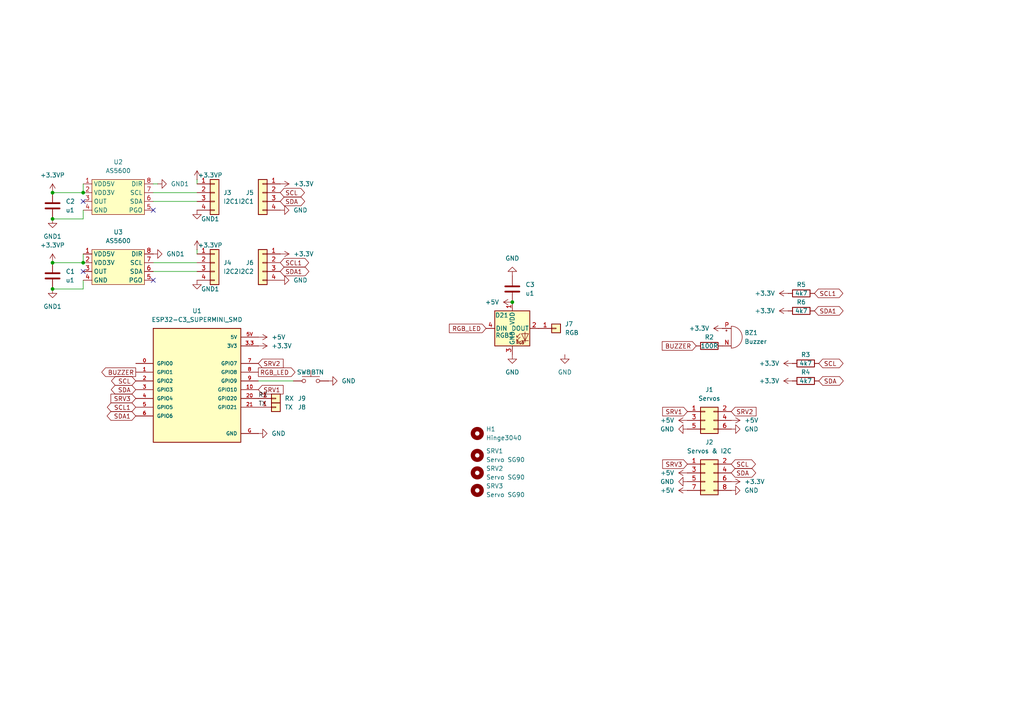
<source format=kicad_sch>
(kicad_sch (version 20250114) (generator "eeschema") (generator_version "9.0")
  (paper "A4")
  (lib_symbols
    (symbol "Connector_Generic:Conn_01x01" (pin_names (offset 1.016) (hide yes))
      (property "Reference" "J" (at 0 2.54 0))
      (property "Value" "Conn_01x01" (at 0 -2.54 0))
      (symbol "Conn_01x01_1_1"
        (rectangle (start -1.27 1.27) (end 1.27 -1.27) (stroke (width 0.254)) (fill (type background)))
        (rectangle (start -1.27 0.127) (end 0 -0.127) (stroke (width 0.1524)))
        (pin passive line (at -5.08 0 0) (length 3.81) (name "Pin_1") (number "1"))
      )
    )
    (symbol "Connector_Generic:Conn_01x04" (pin_names (offset 1.016) (hide yes))
      (property "Reference" "J" (at 0 5.08 0))
      (property "Value" "Conn_01x04" (at 0 -7.62 0))
      (symbol "Conn_01x04_1_1"
        (rectangle (start -1.27 3.81) (end 1.27 -6.35) (stroke (width 0.254)) (fill (type background)))
        (rectangle (start -1.27 2.667) (end 0 2.413) (stroke (width 0.1524)))
        (rectangle (start -1.27 0.127) (end 0 -0.127) (stroke (width 0.1524)))
        (rectangle (start -1.27 -2.413) (end 0 -2.667) (stroke (width 0.1524)))
        (rectangle (start -1.27 -4.953) (end 0 -5.207) (stroke (width 0.1524)))
        (pin passive line (at -5.08 2.54 0) (length 3.81) (name "Pin_1") (number "1"))
        (pin passive line (at -5.08 0 0) (length 3.81) (name "Pin_2") (number "2"))
        (pin passive line (at -5.08 -2.54 0) (length 3.81) (name "Pin_3") (number "3"))
        (pin passive line (at -5.08 -5.08 0) (length 3.81) (name "Pin_4") (number "4"))
      )
    )
    (symbol "Connector_Generic:Conn_02x03_Odd_Even" (pin_names (offset 1.016) (hide yes))
      (property "Reference" "J" (at 1.27 5.08 0))
      (property "Value" "Conn_02x03_Odd_Even" (at 1.27 -5.08 0))
      (symbol "Conn_02x03_Odd_Even_1_1"
        (rectangle (start -1.27 3.81) (end 3.81 -3.81) (stroke (width 0.254)) (fill (type background)))
        (rectangle (start -1.27 2.667) (end 0 2.413) (stroke (width 0.1524)))
        (rectangle (start -1.27 0.127) (end 0 -0.127) (stroke (width 0.1524)))
        (rectangle (start -1.27 -2.413) (end 0 -2.667) (stroke (width 0.1524)))
        (rectangle (start 3.81 2.667) (end 2.54 2.413) (stroke (width 0.1524)))
        (rectangle (start 3.81 0.127) (end 2.54 -0.127) (stroke (width 0.1524)))
        (rectangle (start 3.81 -2.413) (end 2.54 -2.667) (stroke (width 0.1524)))
        (pin passive line (at -5.08 2.54 0) (length 3.81) (name "Pin_1") (number "1"))
        (pin passive line (at -5.08 0 0) (length 3.81) (name "Pin_3") (number "3"))
        (pin passive line (at -5.08 -2.54 0) (length 3.81) (name "Pin_5") (number "5"))
        (pin passive line (at 7.62 2.54 180) (length 3.81) (name "Pin_2") (number "2"))
        (pin passive line (at 7.62 0 180) (length 3.81) (name "Pin_4") (number "4"))
        (pin passive line (at 7.62 -2.54 180) (length 3.81) (name "Pin_6") (number "6"))
      )
    )
    (symbol "Connector_Generic:Conn_02x04_Odd_Even" (pin_names (offset 1.016) (hide yes))
      (property "Reference" "J" (at 1.27 5.08 0))
      (property "Value" "Conn_02x04_Odd_Even" (at 1.27 -7.62 0))
      (symbol "Conn_02x04_Odd_Even_1_1"
        (rectangle (start -1.27 3.81) (end 3.81 -6.35) (stroke (width 0.254)) (fill (type background)))
        (rectangle (start -1.27 2.667) (end 0 2.413) (stroke (width 0.1524)))
        (rectangle (start -1.27 0.127) (end 0 -0.127) (stroke (width 0.1524)))
        (rectangle (start -1.27 -2.413) (end 0 -2.667) (stroke (width 0.1524)))
        (rectangle (start -1.27 -4.953) (end 0 -5.207) (stroke (width 0.1524)))
        (rectangle (start 3.81 2.667) (end 2.54 2.413) (stroke (width 0.1524)))
        (rectangle (start 3.81 0.127) (end 2.54 -0.127) (stroke (width 0.1524)))
        (rectangle (start 3.81 -2.413) (end 2.54 -2.667) (stroke (width 0.1524)))
        (rectangle (start 3.81 -4.953) (end 2.54 -5.207) (stroke (width 0.1524)))
        (pin passive line (at -5.08 2.54 0) (length 3.81) (name "Pin_1") (number "1"))
        (pin passive line (at -5.08 0 0) (length 3.81) (name "Pin_3") (number "3"))
        (pin passive line (at -5.08 -2.54 0) (length 3.81) (name "Pin_5") (number "5"))
        (pin passive line (at -5.08 -5.08 0) (length 3.81) (name "Pin_7") (number "7"))
        (pin passive line (at 7.62 2.54 180) (length 3.81) (name "Pin_2") (number "2"))
        (pin passive line (at 7.62 0 180) (length 3.81) (name "Pin_4") (number "4"))
        (pin passive line (at 7.62 -2.54 180) (length 3.81) (name "Pin_6") (number "6"))
        (pin passive line (at 7.62 -5.08 180) (length 3.81) (name "Pin_8") (number "8"))
      )
    )
    (symbol "Device:C" (pin_numbers (hide yes)) (pin_names (offset 0.254))
      (property "Reference" "C" (at 0.635 2.54 0))
      (property "Value" "C" (at 0.635 -2.54 0))
      (symbol "C_0_1"
        (polyline (pts (xy -2.032 0.762) (xy 2.032 0.762)) (stroke (width 0.508)))
        (polyline (pts (xy -2.032 -0.762) (xy 2.032 -0.762)) (stroke (width 0.508)))
      )
      (symbol "C_1_1"
        (pin passive line (at 0 3.81 270) (length 2.794) (name "~") (number "1"))
        (pin passive line (at 0 -3.81 90) (length 2.794) (name "~") (number "2"))
      )
    )
    (symbol "Device:R" (pin_numbers (hide yes)) (pin_names (offset 0))
      (property "Reference" "R" (at 2.032 0 90))
      (property "Value" "R" (at 0 0 90))
      (symbol "R_0_1"
        (rectangle (start -1.016 -2.54) (end 1.016 2.54) (stroke (width 0.254)))
      )
      (symbol "R_1_1"
        (pin passive line (at 0 3.81 270) (length 1.27) (name "~") (number "1"))
        (pin passive line (at 0 -3.81 90) (length 1.27) (name "~") (number "2"))
      )
    )
    (symbol "Mechanical:MountingHole" (pin_names (offset 1.016)) (in_bom no)
      (property "Reference" "H" (at 0 5.08 0))
      (property "Value" "MountingHole" (at 0 3.175 0))
      (symbol "MountingHole_0_1"
        (circle (center 0 0) (radius 1.27) (stroke (width 1.27)))
      )
    )
    (symbol "Switch:SW_Push" (pin_numbers (hide yes)) (pin_names (offset 1.016) (hide yes))
      (property "Reference" "SW" (at 1.27 2.54 0))
      (property "Value" "SW_Push" (at 0 -1.524 0))
      (symbol "SW_Push_0_1"
        (circle (center -2.032 0) (radius 0.508))
        (polyline (pts (xy 0 1.27) (xy 0 3.048)))
        (circle (center 2.032 0) (radius 0.508))
        (polyline (pts (xy 2.54 1.27) (xy -2.54 1.27)))
        (pin passive line (at -5.08 0 0) (length 2.54) (name "1") (number "1"))
        (pin passive line (at 5.08 0 180) (length 2.54) (name "2") (number "2"))
      )
    )
    (symbol "liebler_MECH:Buzzer" (pin_names (offset 0.0254) (hide yes))
      (property "Reference" "BZ" (at 3.81 1.27 0))
      (property "Value" "Buzzer" (at 3.81 -1.27 0))
      (symbol "Buzzer_0_1"
        (polyline (pts (xy -1.651 1.905) (xy -1.143 1.905)))
        (polyline (pts (xy -1.397 2.159) (xy -1.397 1.651)))
        (arc (start 0 3.175) (mid 3.1612 0) (end 0 -3.175))
        (polyline (pts (xy 0 3.175) (xy 0 -3.175)))
      )
      (symbol "Buzzer_1_1"
        (pin passive line (at -2.54 2.54 0) (length 2.54) (name "+") (number "P"))
        (pin passive line (at -2.54 -2.54 0) (length 2.54) (name "-") (number "N"))
      )
    )
    (symbol "liebler_MODULES:ESP32-C3_SUPERMINI_SMD" (pin_names (offset 1.016))
      (property "Reference" "U" (at -12.7 16.002 0))
      (property "Value" "ESP32-C3_SUPERMINI_SMD" (at -12.7 -20.32 0))
      (symbol "ESP32-C3_SUPERMINI_SMD_0_0"
        (rectangle (start -12.7 -17.78) (end 12.7 15.24) (stroke (width 0.254)) (fill (type background)))
        (pin bidirectional line (at -17.78 5.08 0) (length 5.08) (name "GPIO0") (number "0"))
        (pin bidirectional line (at -17.78 2.54 0) (length 5.08) (name "GPIO1") (number "1"))
        (pin bidirectional line (at -17.78 0 0) (length 5.08) (name "GPIO2") (number "2"))
        (pin bidirectional line (at -17.78 -2.54 0) (length 5.08) (name "GPIO3") (number "3"))
        (pin bidirectional line (at -17.78 -5.08 0) (length 5.08) (name "GPIO4") (number "4"))
        (pin bidirectional line (at -17.78 -7.62 0) (length 5.08) (name "GPIO5") (number "5"))
        (pin bidirectional line (at -17.78 -10.16 0) (length 5.08) (name "GPIO6") (number "6"))
        (pin power_in line (at 17.78 12.7 180) (length 5.08) (name "5V") (number "5V"))
        (pin power_in line (at 17.78 10.16 180) (length 5.08) (name "3V3") (number "3.3"))
        (pin bidirectional line (at 17.78 5.08 180) (length 5.08) (name "GPIO7") (number "7"))
        (pin bidirectional line (at 17.78 2.54 180) (length 5.08) (name "GPIO8") (number "8"))
        (pin bidirectional line (at 17.78 0 180) (length 5.08) (name "GPIO9") (number "9"))
        (pin bidirectional line (at 17.78 -2.54 180) (length 5.08) (name "GPIO10") (number "10"))
        (pin bidirectional line (at 17.78 -5.08 180) (length 5.08) (name "GPIO20") (number "20"))
        (pin bidirectional line (at 17.78 -7.62 180) (length 5.08) (name "GPIO21") (number "21"))
        (pin power_in line (at 17.78 -15.24 180) (length 5.08) (name "GND") (number "G"))
      )
    )
    (symbol "liebler_OPTO:SK6812MINI-E_Reverse" (pin_names (offset 0.254))
      (property "Reference" "D" (at 5.08 5.715 0))
      (property "Value" "SK6812MINI-E_Reverse" (at 1.27 -5.715 0))
      (symbol "SK6812MINI-E_Reverse_0_0"
        (text "RGB" (at 2.286 -4.191 0) (effects (font (size 0.762 0.762))))
      )
      (symbol "SK6812MINI-E_Reverse_0_1"
        (rectangle (start -5.08 5.08) (end 5.08 -5.08) (stroke (width 0.254)) (fill (type background)))
        (polyline (pts (xy 1.27 -2.54) (xy 1.778 -2.54)))
        (polyline (pts (xy 1.27 -3.556) (xy 1.778 -3.556)))
        (polyline (pts (xy 2.286 -1.524) (xy 1.27 -2.54) (xy 1.27 -2.032)))
        (polyline (pts (xy 2.286 -2.54) (xy 1.27 -3.556) (xy 1.27 -3.048)))
        (polyline (pts (xy 3.683 -1.016) (xy 3.683 -3.556) (xy 3.683 -4.064)))
        (polyline (pts (xy 4.699 -1.524) (xy 2.667 -1.524) (xy 3.683 -3.556) (xy 4.699 -1.524)))
        (polyline (pts (xy 4.699 -3.556) (xy 2.667 -3.556)))
      )
      (symbol "SK6812MINI-E_Reverse_1_1"
        (pin input line (at -7.62 0 0) (length 2.54) (name "DIN") (number "4"))
        (pin power_in line (at 0 7.62 270) (length 2.54) (name "VDD") (number "1"))
        (pin power_in line (at 0 -7.62 90) (length 2.54) (name "GND") (number "3"))
        (pin output line (at 7.62 0 180) (length 2.54) (name "DOUT") (number "2"))
      )
    )
    (symbol "liebler_SEMICONDUCTORS:AS5600"
      (property "Reference" "U" (at 0 0 0))
      (property "Value" "AS5600" (at 0 0 0))
      (symbol "AS5600_1_1"
        (rectangle (start -7.62 5.08) (end 7.62 -5.08) (fill (type background)))
        (pin power_in line (at -10.16 3.81 0) (length 2.54) (name "VDD5V") (number "1"))
        (pin power_in line (at -10.16 1.27 0) (length 2.54) (name "VDD3V") (number "2"))
        (pin output line (at -10.16 -1.27 0) (length 2.54) (name "OUT") (number "3"))
        (pin power_in line (at -10.16 -3.81 0) (length 2.54) (name "GND") (number "4"))
        (pin input line (at 10.16 3.81 180) (length 2.54) (name "DIR") (number "8"))
        (pin bidirectional line (at 10.16 1.27 180) (length 2.54) (name "SCL") (number "7"))
        (pin bidirectional line (at 10.16 -1.27 180) (length 2.54) (name "SDA") (number "6"))
        (pin input line (at 10.16 -3.81 180) (length 2.54) (name "PGO") (number "5"))
      )
    )
    (symbol "power:+3.3V" (power) (pin_numbers (hide yes)) (pin_names (offset 0) (hide yes))
      (property "Value" "+3.3V" (at 0 3.556 0))
      (symbol "+3.3V_0_1"
        (polyline (pts (xy -0.762 1.27) (xy 0 2.54)))
        (polyline (pts (xy 0 2.54) (xy 0.762 1.27)))
        (polyline (pts (xy 0 0) (xy 0 2.54)))
      )
      (symbol "+3.3V_1_1"
        (pin power_in line (at 0 0 90) (length 0) (name "~") (number "1"))
      )
    )
    (symbol "power:+3.3VP" (power) (pin_numbers (hide yes)) (pin_names (offset 0) (hide yes))
      (property "Value" "+3.3VP" (at 0 3.556 0))
      (symbol "+3.3VP_0_0"
        (pin power_in line (at 0 0 90) (length 0) (name "~") (number "1"))
      )
      (symbol "+3.3VP_0_1"
        (polyline (pts (xy -0.762 1.27) (xy 0 2.54)))
        (polyline (pts (xy 0 2.54) (xy 0.762 1.27)))
        (polyline (pts (xy 0 0) (xy 0 2.54)))
      )
    )
    (symbol "power:+5V" (power) (pin_numbers (hide yes)) (pin_names (offset 0) (hide yes))
      (property "Value" "+5V" (at 0 3.556 0))
      (symbol "+5V_0_1"
        (polyline (pts (xy -0.762 1.27) (xy 0 2.54)))
        (polyline (pts (xy 0 2.54) (xy 0.762 1.27)))
        (polyline (pts (xy 0 0) (xy 0 2.54)))
      )
      (symbol "+5V_1_1"
        (pin power_in line (at 0 0 90) (length 0) (name "~") (number "1"))
      )
    )
    (symbol "power:GND" (power) (pin_numbers (hide yes)) (pin_names (offset 0) (hide yes))
      (property "Value" "GND" (at 0 -3.81 0))
      (symbol "GND_0_1"
        (polyline (pts (xy 0 0) (xy 0 -1.27) (xy 1.27 -1.27) (xy 0 -2.54) (xy -1.27 -1.27) (xy 0 -1.27)))
      )
      (symbol "GND_1_1"
        (pin power_in line (at 0 0 270) (length 0) (name "~") (number "1"))
      )
    )
    (symbol "power:GND1" (power) (pin_numbers (hide yes)) (pin_names (offset 0) (hide yes))
      (property "Value" "GND1" (at 0 -3.81 0))
      (symbol "GND1_0_1"
        (polyline (pts (xy 0 0) (xy 0 -1.27) (xy 1.27 -1.27) (xy 0 -2.54) (xy -1.27 -1.27) (xy 0 -1.27)))
      )
      (symbol "GND1_1_1"
        (pin power_in line (at 0 0 270) (length 0) (name "~") (number "1"))
      )
    )
  )
  (junction (at 15.24 55.88))
  (junction (at 15.24 83.82))
  (junction (at 15.24 76.2))
  (junction (at 15.24 63.5))
  (junction (at 24.13 76.2))
  (junction (at 148.59 87.63))
  (junction (at 24.13 55.88))
  (no_connect (at 44.45 60.96))
  (no_connect (at 24.13 58.42))
  (no_connect (at 24.13 78.74))
  (no_connect (at 44.45 81.28))
  (wire (pts (xy 24.13 81.28) (xy 24.13 83.82)))
  (wire (pts (xy 44.45 58.42) (xy 57.15 58.42)))
  (wire (pts (xy 15.24 83.82) (xy 24.13 83.82)))
  (wire (pts (xy 57.15 53.34) (xy 57.15 52.07)))
  (wire (pts (xy 44.45 78.74) (xy 57.15 78.74)))
  (wire (pts (xy 74.93 110.49) (xy 85.09 110.49)))
  (wire (pts (xy 15.24 55.88) (xy 24.13 55.88)))
  (wire (pts (xy 24.13 73.66) (xy 24.13 76.2)))
  (wire (pts (xy 15.24 63.5) (xy 24.13 63.5)))
  (wire (pts (xy 15.24 76.2) (xy 24.13 76.2)))
  (wire (pts (xy 24.13 63.5) (xy 24.13 60.96)))
  (wire (pts (xy 44.45 55.88) (xy 57.15 55.88)))
  (wire (pts (xy 44.45 53.34) (xy 45.72 53.34)))
  (wire (pts (xy 57.15 73.66) (xy 57.15 72.39)))
  (wire (pts (xy 44.45 76.2) (xy 57.15 76.2)))
  (wire (pts (xy 24.13 53.34) (xy 24.13 55.88)))
  (label "TX" (at 74.93 118.11 0))
  (label "RX" (at 74.93 115.57 0))
  (global_label "SRV3" (shape input) (at 39.37 115.57 180) (property "Intersheetrefs" "${INTERSHEET_REFS}" (effects (hide yes))))
  (global_label "SCL" (shape bidirectional) (at 237.49 105.41 0) (property "Intersheetrefs" "${INTERSHEET_REFS}" (effects (hide yes))))
  (global_label "BUZZER" (shape input) (at 201.93 100.33 180) (property "Intersheetrefs" "${INTERSHEET_REFS}" (effects (hide yes))))
  (global_label "SDA" (shape bidirectional) (at 81.28 58.42 0) (property "Intersheetrefs" "${INTERSHEET_REFS}" (effects (hide yes))))
  (global_label "SRV1" (shape input) (at 74.93 113.03 0) (property "Intersheetrefs" "${INTERSHEET_REFS}" (effects (hide yes))))
  (global_label "SCL" (shape bidirectional) (at 39.37 110.49 180) (property "Intersheetrefs" "${INTERSHEET_REFS}" (effects (hide yes))))
  (global_label "SRV2" (shape input) (at 74.93 105.41 0) (property "Intersheetrefs" "${INTERSHEET_REFS}" (effects (hide yes))))
  (global_label "SCL" (shape bidirectional) (at 212.09 134.62 0) (property "Intersheetrefs" "${INTERSHEET_REFS}" (effects (hide yes))))
  (global_label "SDA1" (shape bidirectional) (at 81.28 78.74 0) (property "Intersheetrefs" "${INTERSHEET_REFS}" (effects (hide yes))))
  (global_label "SDA" (shape bidirectional) (at 237.49 110.49 0) (property "Intersheetrefs" "${INTERSHEET_REFS}" (effects (hide yes))))
  (global_label "SRV2" (shape input) (at 212.09 119.38 0) (property "Intersheetrefs" "${INTERSHEET_REFS}" (effects (hide yes))))
  (global_label "SRV3" (shape input) (at 199.39 134.62 180) (property "Intersheetrefs" "${INTERSHEET_REFS}" (effects (hide yes))))
  (global_label "RGB_LED" (shape input) (at 140.97 95.25 180) (property "Intersheetrefs" "${INTERSHEET_REFS}" (effects (hide yes))))
  (global_label "SCL1" (shape bidirectional) (at 81.28 76.2 0) (property "Intersheetrefs" "${INTERSHEET_REFS}" (effects (hide yes))))
  (global_label "SCL1" (shape bidirectional) (at 39.37 118.11 180) (property "Intersheetrefs" "${INTERSHEET_REFS}" (effects (hide yes))))
  (global_label "SDA1" (shape bidirectional) (at 236.22 90.17 0) (property "Intersheetrefs" "${INTERSHEET_REFS}" (effects (hide yes))))
  (global_label "SRV1" (shape input) (at 199.39 119.38 180) (property "Intersheetrefs" "${INTERSHEET_REFS}" (effects (hide yes))))
  (global_label "SDA1" (shape bidirectional) (at 39.37 120.65 180) (property "Intersheetrefs" "${INTERSHEET_REFS}" (effects (hide yes))))
  (global_label "SDA" (shape bidirectional) (at 39.37 113.03 180) (property "Intersheetrefs" "${INTERSHEET_REFS}" (effects (hide yes))))
  (global_label "BUZZER" (shape output) (at 39.37 107.95 180) (property "Intersheetrefs" "${INTERSHEET_REFS}" (effects (hide yes))))
  (global_label "RGB_LED" (shape output) (at 74.93 107.95 0) (property "Intersheetrefs" "${INTERSHEET_REFS}" (effects (hide yes))))
  (global_label "SCL1" (shape bidirectional) (at 236.22 85.09 0) (property "Intersheetrefs" "${INTERSHEET_REFS}" (effects (hide yes))))
  (global_label "SCL" (shape bidirectional) (at 81.28 55.88 0) (property "Intersheetrefs" "${INTERSHEET_REFS}" (effects (hide yes))))
  (global_label "SDA" (shape bidirectional) (at 212.09 137.16 0) (property "Intersheetrefs" "${INTERSHEET_REFS}" (effects (hide yes))))
  (symbol (lib_id "Connector_Generic:Conn_02x03_Odd_Even") (at 204.47 121.92 0) (unit 1)
    (property "Reference" "J1" (at 205.74 113.03 0))
    (property "Value" "Servos" (at 205.74 115.57 0))
    (property "Footprint" "Connector_PinHeader_2.54mm:PinHeader_2x03_P2.54mm_Vertical_SMD" (effects (hide yes)))
    (property "Description" "Generic connector, double row, 02x03, odd/even pin numbering scheme (row 1 odd numbers, row 2 even numbers), script generated (kicad-library-utils/schlib/autogen/connector/)" (effects (hide yes)))
  )
  (symbol (lib_id "power:GND1") (at 57.15 81.28 0) (unit 1)
    (property "Reference" "#PWR019" (effects (hide yes)))
    (property "Value" "GND1" (at 60.96 83.82 0))
    (property "Description" "Power symbol creates a global label with name \"GND1\" , ground" (effects (hide yes)))
  )
  (symbol (lib_id "power:+3.3V") (at 228.6 90.17 90) (unit 1)
    (property "Reference" "#PWR032" (effects (hide yes)))
    (property "Value" "+3.3V" (at 224.79 90.1699 90) (effects (justify left)))
    (property "Description" "Power symbol creates a global label with name \"+3.3V\"" (effects (hide yes)))
  )
  (symbol (lib_id "power:+3.3V") (at 81.28 53.34 270) (unit 1)
    (property "Reference" "#PWR026" (effects (hide yes)))
    (property "Value" "+3.3V" (at 85.09 53.3399 90) (effects (justify left)))
    (property "Description" "Power symbol creates a global label with name \"+3.3V\"" (effects (hide yes)))
  )
  (symbol (lib_id "Device:C") (at 148.59 83.82 180) (unit 1)
    (property "Reference" "C3" (at 152.4 82.5499 0) (effects (justify right)))
    (property "Value" "u1" (at 152.4 85.0899 0) (effects (justify right)))
    (property "Footprint" "Capacitor_SMD:C_1206_3216Metric_Pad1.33x1.80mm_HandSolder" (effects (hide yes)))
    (property "Description" "Unpolarized capacitor" (effects (hide yes)))
  )
  (symbol (lib_id "power:GND1") (at 15.24 83.82 0) (unit 1)
    (property "Reference" "#PWR024" (effects (hide yes)))
    (property "Value" "GND1" (at 15.24 88.9 0))
    (property "Description" "Power symbol creates a global label with name \"GND1\" , ground" (effects (hide yes)))
  )
  (symbol (lib_id "power:GND") (at 148.59 80.01 180) (unit 1)
    (property "Reference" "#PWR033" (effects (hide yes)))
    (property "Value" "GND" (at 148.59 74.93 0))
    (property "Description" "Power symbol creates a global label with name \"GND\" , ground" (effects (hide yes)))
  )
  (symbol (lib_id "Device:R") (at 232.41 85.09 270) (unit 1)
    (property "Reference" "R5" (at 232.41 82.55 90))
    (property "Value" "4k7" (at 232.41 85.09 90))
    (property "Footprint" "Resistor_SMD:R_1206_3216Metric_Pad1.30x1.75mm_HandSolder" (effects (hide yes)))
    (property "Description" "Resistor" (effects (hide yes)))
  )
  (symbol (lib_id "Connector_Generic:Conn_01x01") (at 161.29 95.25 0) (unit 1)
    (property "Reference" "J7" (at 163.83 93.9799 0) (effects (justify left)))
    (property "Value" "RGB" (at 163.83 96.5199 0) (effects (justify left)))
    (property "Footprint" "TestPoint:TestPoint_Pad_1.5x1.5mm" (effects (hide yes)))
    (property "Description" "Generic connector, single row, 01x01, script generated (kicad-library-utils/schlib/autogen/connector/)" (effects (hide yes)))
  )
  (symbol (lib_id "liebler_MODULES:ESP32-C3_SUPERMINI_SMD") (at 57.15 110.49 0) (unit 1)
    (property "Reference" "U1" (at 57.15 90.17 0))
    (property "Value" "ESP32-C3_SUPERMINI_SMD" (at 57.15 92.71 0))
    (property "Footprint" "liebler_MODULES:MODULE_ESP32-C3_SUPERMINI" (effects (hide yes)))
    (property "MF" "Espressif Systems" (effects (hide yes)))
    (property "MAXIMUM_PACKAGE_HEIGHT" "4.2mm" (effects (hide yes)))
    (property "Package" "None" (effects (hide yes)))
    (property "Price" "None" (effects (hide yes)))
    (property "Check_prices" "https://www.snapeda.com/parts/ESP32-C3%20SuperMini_SMD/Espressif+Systems/view-part/?ref=eda" (effects (hide yes)))
    (property "STANDARD" "Manufacturer Recommendations" (effects (hide yes)))
    (property "SnapEDA_Link" "https://www.snapeda.com/parts/ESP32-C3%20SuperMini_SMD/Espressif+Systems/view-part/?ref=snap" (effects (hide yes)))
    (property "MP" "ESP32-C3 SuperMini_SMD" (effects (hide yes)))
    (property "Description_1" "Super tiny ESP32-C3 board" (effects (hide yes)))
    (property "Availability" "Not in stock" (effects (hide yes)))
    (property "MANUFACTURER" "Espressif" (effects (hide yes)))
  )
  (symbol (lib_id "power:GND") (at 199.39 124.46 270) (unit 1)
    (property "Reference" "#PWR04" (effects (hide yes)))
    (property "Value" "GND" (at 195.58 124.4599 90) (effects (justify right)))
    (property "Description" "Power symbol creates a global label with name \"GND\" , ground" (effects (hide yes)))
  )
  (symbol (lib_id "Mechanical:MountingHole") (at 138.43 142.24 0) (unit 1) (in_bom no)
    (property "Reference" "SRV3" (at 140.97 140.9699 0) (effects (justify left)))
    (property "Value" "Servo SG90" (at 140.97 143.5099 0) (effects (justify left)))
    (property "Footprint" "liebler_MECH:SG90_vertical_PCB" (effects (hide yes)))
    (property "Description" "Mounting Hole without connection" (effects (hide yes)))
  )
  (symbol (lib_id "power:+3.3V") (at 229.87 105.41 90) (unit 1)
    (property "Reference" "#PWR013" (effects (hide yes)))
    (property "Value" "+3.3V" (at 226.06 105.4099 90) (effects (justify left)))
    (property "Description" "Power symbol creates a global label with name \"+3.3V\"" (effects (hide yes)))
  )
  (symbol (lib_id "Device:R") (at 205.74 100.33 270) (unit 1)
    (property "Reference" "R2" (at 205.74 97.79 90))
    (property "Value" "100R" (at 205.74 100.33 90))
    (property "Footprint" "Resistor_SMD:R_1206_3216Metric_Pad1.30x1.75mm_HandSolder" (effects (hide yes)))
    (property "Description" "Resistor" (effects (hide yes)))
  )
  (symbol (lib_id "power:+3.3VP") (at 57.15 72.39 0) (unit 1)
    (property "Reference" "#PWR018" (effects (hide yes)))
    (property "Value" "+3.3VP" (at 60.96 71.12 0))
    (property "Description" "Power symbol creates a global label with name \"+3.3VP\"" (effects (hide yes)))
  )
  (symbol (lib_id "power:GND1") (at 44.45 73.66 90) (unit 1)
    (property "Reference" "#PWR022" (effects (hide yes)))
    (property "Value" "GND1" (at 48.26 73.6599 90) (effects (justify right)))
    (property "Description" "Power symbol creates a global label with name \"GND1\" , ground" (effects (hide yes)))
  )
  (symbol (lib_id "power:+3.3V") (at 81.28 73.66 270) (unit 1)
    (property "Reference" "#PWR027" (effects (hide yes)))
    (property "Value" "+3.3V" (at 85.09 73.6599 90) (effects (justify left)))
    (property "Description" "Power symbol creates a global label with name \"+3.3V\"" (effects (hide yes)))
  )
  (symbol (lib_id "Device:R") (at 233.68 105.41 270) (unit 1)
    (property "Reference" "R3" (at 233.68 102.87 90))
    (property "Value" "4k7" (at 233.68 105.41 90))
    (property "Footprint" "Resistor_SMD:R_1206_3216Metric_Pad1.30x1.75mm_HandSolder" (effects (hide yes)))
    (property "Description" "Resistor" (effects (hide yes)))
  )
  (symbol (lib_id "Connector_Generic:Conn_01x04") (at 62.23 76.2 0) (unit 1)
    (property "Reference" "J4" (at 64.77 76.1999 0) (effects (justify left)))
    (property "Value" "I2C2" (at 64.77 78.7399 0) (effects (justify left)))
    (property "Footprint" "Connector_PinHeader_2.54mm:PinHeader_1x04_P2.54mm_Vertical" (effects (hide yes)))
    (property "Description" "Generic connector, single row, 01x04, script generated (kicad-library-utils/schlib/autogen/connector/)" (effects (hide yes)))
  )
  (symbol (lib_id "power:GND") (at 163.83 102.87 0) (unit 1)
    (property "Reference" "#PWR038" (effects (hide yes)))
    (property "Value" "GND" (at 163.83 107.95 0))
    (property "Description" "Power symbol creates a global label with name \"GND\" , ground" (effects (hide yes)))
  )
  (symbol (lib_id "liebler_SEMICONDUCTORS:AS5600") (at 34.29 77.47 0) (unit 1)
    (property "Reference" "U3" (at 34.29 67.31 0))
    (property "Value" "AS5600" (at 34.29 69.85 0))
    (property "Footprint" "liebler_SEMICONDUCTORS:SOIC-8_3.9x4.9mm_P1.27mm_handsolder" (effects (hide yes)))
  )
  (symbol (lib_id "power:GND") (at 212.09 124.46 90) (mirror x) (unit 1)
    (property "Reference" "#PWR05" (effects (hide yes)))
    (property "Value" "GND" (at 215.9 124.4599 90) (effects (justify right)))
    (property "Description" "Power symbol creates a global label with name \"GND\" , ground" (effects (hide yes)))
  )
  (symbol (lib_id "Mechanical:MountingHole") (at 138.43 137.16 0) (unit 1) (in_bom no)
    (property "Reference" "SRV2" (at 140.97 135.8899 0) (effects (justify left)))
    (property "Value" "Servo SG90" (at 140.97 138.4299 0) (effects (justify left)))
    (property "Footprint" "liebler_MECH:SG90_PCB" (effects (hide yes)))
    (property "Description" "Mounting Hole without connection" (effects (hide yes)))
  )
  (symbol (lib_id "power:GND") (at 212.09 142.24 90) (unit 1)
    (property "Reference" "#PWR017" (effects (hide yes)))
    (property "Value" "GND" (at 215.9 142.2399 90) (effects (justify right)))
    (property "Description" "Power symbol creates a global label with name \"GND\" , ground" (effects (hide yes)))
  )
  (symbol (lib_id "power:GND") (at 199.39 139.7 270) (unit 1)
    (property "Reference" "#PWR06" (effects (hide yes)))
    (property "Value" "GND" (at 195.58 139.6999 90) (effects (justify right)))
    (property "Description" "Power symbol creates a global label with name \"GND\" , ground" (effects (hide yes)))
  )
  (symbol (lib_id "power:+5V") (at 199.39 121.92 90) (unit 1)
    (property "Reference" "#PWR01" (effects (hide yes)))
    (property "Value" "+5V" (at 195.58 121.9199 90) (effects (justify left)))
    (property "Description" "Power symbol creates a global label with name \"+5V\"" (effects (hide yes)))
  )
  (symbol (lib_id "power:+3.3V") (at 229.87 110.49 90) (unit 1)
    (property "Reference" "#PWR014" (effects (hide yes)))
    (property "Value" "+3.3V" (at 226.06 110.4899 90) (effects (justify left)))
    (property "Description" "Power symbol creates a global label with name \"+3.3V\"" (effects (hide yes)))
  )
  (symbol (lib_id "liebler_OPTO:SK6812MINI-E_Reverse") (at 148.59 95.25 0) (unit 1)
    (property "Reference" "D21" (at 145.542 91.44 0))
    (property "Value" "RGB3" (at 146.304 97.282 0))
    (property "Footprint" "liebler_OPTO:SK6812MINI-E_REV" (effects (hide yes)))
    (property "MPN" "SK6812MINI-EA" (effects (hide yes)))
    (property "Manufacturer" "OPSCO Optoelectronics" (effects (hide yes)))
  )
  (symbol (lib_id "Device:R") (at 233.68 110.49 270) (unit 1)
    (property "Reference" "R4" (at 233.68 107.95 90))
    (property "Value" "4k7" (at 233.68 110.49 90))
    (property "Footprint" "Resistor_SMD:R_1206_3216Metric_Pad1.30x1.75mm_HandSolder" (effects (hide yes)))
    (property "Description" "Resistor" (effects (hide yes)))
  )
  (symbol (lib_id "Connector_Generic:Conn_01x04") (at 62.23 55.88 0) (unit 1)
    (property "Reference" "J3" (at 64.77 55.8799 0) (effects (justify left)))
    (property "Value" "I2C1" (at 64.77 58.4199 0) (effects (justify left)))
    (property "Footprint" "Connector_PinHeader_2.54mm:PinHeader_1x04_P2.54mm_Vertical" (effects (hide yes)))
    (property "Description" "Generic connector, single row, 01x04, script generated (kicad-library-utils/schlib/autogen/connector/)" (effects (hide yes)))
  )
  (symbol (lib_id "power:+3.3V") (at 74.93 100.33 270) (unit 1)
    (property "Reference" "#PWR09" (effects (hide yes)))
    (property "Value" "+3.3V" (at 78.74 100.3299 90) (effects (justify left)))
    (property "Description" "Power symbol creates a global label with name \"+3.3V\"" (effects (hide yes)))
  )
  (symbol (lib_id "power:+3.3V") (at 209.55 95.25 90) (unit 1)
    (property "Reference" "#PWR010" (effects (hide yes)))
    (property "Value" "+3.3V" (at 205.74 95.2499 90) (effects (justify left)))
    (property "Description" "Power symbol creates a global label with name \"+3.3V\"" (effects (hide yes)))
  )
  (symbol (lib_id "liebler_MECH:Buzzer") (at 212.09 97.79 0) (unit 1)
    (property "Reference" "BZ1" (at 215.9 96.5199 0) (effects (justify left)))
    (property "Value" "Buzzer" (at 215.9 99.0599 0) (effects (justify left)))
    (property "Footprint" "liebler_MECH:XDCR_CMT-7525-80-SMT-TR_handsolder" (effects (hide yes)))
    (property "Description" "Buzzer, polarized" (effects (hide yes)))
  )
  (symbol (lib_id "power:GND1") (at 15.24 63.5 0) (unit 1)
    (property "Reference" "#PWR025" (effects (hide yes)))
    (property "Value" "GND1" (at 15.24 68.58 0))
    (property "Description" "Power symbol creates a global label with name \"GND1\" , ground" (effects (hide yes)))
  )
  (symbol (lib_id "power:GND") (at 95.25 110.49 90) (unit 1)
    (property "Reference" "#PWR039" (effects (hide yes)))
    (property "Value" "GND" (at 99.06 110.4899 90) (effects (justify right)))
    (property "Description" "Power symbol creates a global label with name \"GND\" , ground" (effects (hide yes)))
  )
  (symbol (lib_id "power:GND") (at 148.59 102.87 0) (unit 1)
    (property "Reference" "#PWR037" (effects (hide yes)))
    (property "Value" "GND" (at 148.59 107.95 0))
    (property "Description" "Power symbol creates a global label with name \"GND\" , ground" (effects (hide yes)))
  )
  (symbol (lib_id "power:GND") (at 81.28 60.96 90) (unit 1)
    (property "Reference" "#PWR029" (effects (hide yes)))
    (property "Value" "GND" (at 85.09 60.9599 90) (effects (justify right)))
    (property "Description" "Power symbol creates a global label with name \"GND\" , ground" (effects (hide yes)))
  )
  (symbol (lib_id "power:GND1") (at 57.15 60.96 0) (unit 1)
    (property "Reference" "#PWR020" (effects (hide yes)))
    (property "Value" "GND1" (at 60.96 63.5 0))
    (property "Description" "Power symbol creates a global label with name \"GND1\" , ground" (effects (hide yes)))
  )
  (symbol (lib_id "power:+5V") (at 74.93 97.79 270) (unit 1)
    (property "Reference" "#PWR07" (effects (hide yes)))
    (property "Value" "+5V" (at 78.74 97.7899 90) (effects (justify left)))
    (property "Description" "Power symbol creates a global label with name \"+5V\"" (effects (hide yes)))
  )
  (symbol (lib_id "power:+5V") (at 199.39 142.24 90) (unit 1)
    (property "Reference" "#PWR015" (effects (hide yes)))
    (property "Value" "+5V" (at 195.58 142.2399 90) (effects (justify left)))
    (property "Description" "Power symbol creates a global label with name \"+5V\"" (effects (hide yes)))
  )
  (symbol (lib_id "power:+5V") (at 148.59 87.63 90) (unit 1)
    (property "Reference" "#PWR034" (effects (hide yes)))
    (property "Value" "+5V" (at 144.78 87.6299 90) (effects (justify left)))
    (property "Description" "Power symbol creates a global label with name \"+5V\"" (effects (hide yes)))
  )
  (symbol (lib_id "power:+3.3VP") (at 57.15 52.07 0) (unit 1)
    (property "Reference" "#PWR016" (effects (hide yes)))
    (property "Value" "+3.3VP" (at 60.96 50.8 0))
    (property "Description" "Power symbol creates a global label with name \"+3.3VP\"" (effects (hide yes)))
  )
  (symbol (lib_id "power:GND") (at 74.93 125.73 90) (unit 1)
    (property "Reference" "#PWR08" (effects (hide yes)))
    (property "Value" "GND" (at 78.74 125.7299 90) (effects (justify right)))
    (property "Description" "Power symbol creates a global label with name \"GND\" , ground" (effects (hide yes)))
  )
  (symbol (lib_id "power:+5V") (at 199.39 137.16 90) (unit 1)
    (property "Reference" "#PWR03" (effects (hide yes)))
    (property "Value" "+5V" (at 195.58 137.1599 90) (effects (justify left)))
    (property "Description" "Power symbol creates a global label with name \"+5V\"" (effects (hide yes)))
  )
  (symbol (lib_id "Device:R") (at 232.41 90.17 270) (unit 1)
    (property "Reference" "R6" (at 232.41 87.63 90))
    (property "Value" "4k7" (at 232.41 90.17 90))
    (property "Footprint" "Resistor_SMD:R_1206_3216Metric_Pad1.30x1.75mm_HandSolder" (effects (hide yes)))
    (property "Description" "Resistor" (effects (hide yes)))
  )
  (symbol (lib_id "power:+3.3V") (at 212.09 139.7 270) (unit 1)
    (property "Reference" "#PWR012" (effects (hide yes)))
    (property "Value" "+3.3V" (at 215.9 139.6999 90) (effects (justify left)))
    (property "Description" "Power symbol creates a global label with name \"+3.3V\"" (effects (hide yes)))
  )
  (symbol (lib_id "power:+3.3VP") (at 15.24 76.2 0) (unit 1)
    (property "Reference" "#PWR021" (effects (hide yes)))
    (property "Value" "+3.3VP" (at 15.24 71.12 0))
    (property "Description" "Power symbol creates a global label with name \"+3.3VP\"" (effects (hide yes)))
  )
  (symbol (lib_id "liebler_SEMICONDUCTORS:AS5600") (at 34.29 57.15 0) (unit 1)
    (property "Reference" "U2" (at 34.29 46.99 0))
    (property "Value" "AS5600" (at 34.29 49.53 0))
    (property "Footprint" "liebler_SEMICONDUCTORS:SOIC-8_3.9x4.9mm_P1.27mm_handsolder" (effects (hide yes)))
  )
  (symbol (lib_id "Mechanical:MountingHole") (at 138.43 132.08 0) (unit 1) (in_bom no)
    (property "Reference" "SRV1" (at 140.97 130.8099 0) (effects (justify left)))
    (property "Value" "Servo SG90" (at 140.97 133.3499 0) (effects (justify left)))
    (property "Footprint" "liebler_MECH:SG90_PCB" (effects (hide yes)))
    (property "Description" "Mounting Hole without connection" (effects (hide yes)))
  )
  (symbol (lib_id "Connector_Generic:Conn_01x01") (at 80.01 115.57 0) (unit 1)
    (property "Reference" "J9" (at 86.36 115.57 0) (effects (justify left)))
    (property "Value" "RX" (at 82.55 115.57 0) (effects (justify left)))
    (property "Footprint" "TestPoint:TestPoint_Pad_1.5x1.5mm" (effects (hide yes)))
    (property "Description" "Generic connector, single row, 01x01, script generated (kicad-library-utils/schlib/autogen/connector/)" (effects (hide yes)))
  )
  (symbol (lib_id "Switch:SW_Push") (at 90.17 110.49 0) (unit 1)
    (property "Reference" "SW8" (at 90.17 107.95 0) (effects (justify right)))
    (property "Value" "BTN" (at 93.98 107.95 0) (effects (justify right)))
    (property "Footprint" "liebler_MECH:SW_Push_1P1T_NO_6x6mm_H6.5mm_Reverse" (effects (hide yes)))
    (property "MPN" "TS-1095E-A6B3-D2" (effects (hide yes)))
    (property "Manufacturer" "Yuandi" (effects (hide yes)))
  )
  (symbol (lib_id "Connector_Generic:Conn_01x04") (at 76.2 76.2 0) (mirror y) (unit 1)
    (property "Reference" "J6" (at 73.66 76.1999 0) (effects (justify left)))
    (property "Value" "I2C2" (at 73.66 78.7399 0) (effects (justify left)))
    (property "Footprint" "Connector_PinSocket_2.54mm:PinSocket_1x04_P2.54mm_Vertical" (effects (hide yes)))
    (property "Description" "Generic connector, single row, 01x04, script generated (kicad-library-utils/schlib/autogen/connector/)" (effects (hide yes)))
  )
  (symbol (lib_id "Connector_Generic:Conn_01x01") (at 80.01 118.11 0) (unit 1)
    (property "Reference" "J8" (at 86.36 118.11 0) (effects (justify left)))
    (property "Value" "TX" (at 82.55 118.11 0) (effects (justify left)))
    (property "Footprint" "TestPoint:TestPoint_Pad_1.5x1.5mm" (effects (hide yes)))
    (property "Description" "Generic connector, single row, 01x01, script generated (kicad-library-utils/schlib/autogen/connector/)" (effects (hide yes)))
  )
  (symbol (lib_id "power:GND") (at 81.28 81.28 90) (unit 1)
    (property "Reference" "#PWR028" (effects (hide yes)))
    (property "Value" "GND" (at 85.09 81.2799 90) (effects (justify right)))
    (property "Description" "Power symbol creates a global label with name \"GND\" , ground" (effects (hide yes)))
  )
  (symbol (lib_id "power:+3.3V") (at 228.6 85.09 90) (unit 1)
    (property "Reference" "#PWR031" (effects (hide yes)))
    (property "Value" "+3.3V" (at 224.79 85.0899 90) (effects (justify left)))
    (property "Description" "Power symbol creates a global label with name \"+3.3V\"" (effects (hide yes)))
  )
  (symbol (lib_id "Device:C") (at 15.24 80.01 0) (unit 1)
    (property "Reference" "C1" (at 19.05 78.7399 0) (effects (justify left)))
    (property "Value" "u1" (at 19.05 81.2799 0) (effects (justify left)))
    (property "Footprint" "Capacitor_SMD:C_1206_3216Metric_Pad1.33x1.80mm_HandSolder" (effects (hide yes)))
    (property "Description" "Unpolarized capacitor" (effects (hide yes)))
  )
  (symbol (lib_id "Connector_Generic:Conn_01x04") (at 76.2 55.88 0) (mirror y) (unit 1)
    (property "Reference" "J5" (at 73.66 55.8799 0) (effects (justify left)))
    (property "Value" "I2C1" (at 73.66 58.4199 0) (effects (justify left)))
    (property "Footprint" "Connector_PinSocket_2.54mm:PinSocket_1x04_P2.54mm_Vertical" (effects (hide yes)))
    (property "Description" "Generic connector, single row, 01x04, script generated (kicad-library-utils/schlib/autogen/connector/)" (effects (hide yes)))
  )
  (symbol (lib_id "power:+5V") (at 212.09 121.92 270) (mirror x) (unit 1)
    (property "Reference" "#PWR02" (effects (hide yes)))
    (property "Value" "+5V" (at 215.9 121.9199 90) (effects (justify left)))
    (property "Description" "Power symbol creates a global label with name \"+5V\"" (effects (hide yes)))
  )
  (symbol (lib_id "power:+3.3VP") (at 15.24 55.88 0) (unit 1)
    (property "Reference" "#PWR030" (effects (hide yes)))
    (property "Value" "+3.3VP" (at 15.24 50.8 0))
    (property "Description" "Power symbol creates a global label with name \"+3.3VP\"" (effects (hide yes)))
  )
  (symbol (lib_id "Mechanical:MountingHole") (at 138.43 125.73 0) (unit 1) (in_bom no)
    (property "Reference" "H1" (at 140.97 124.4599 0) (effects (justify left)))
    (property "Value" "Hinge3040" (at 140.97 126.9999 0) (effects (justify left)))
    (property "Footprint" "liebler_MECH:Hinge_3040" (effects (hide yes)))
    (property "Description" "Mounting Hole without connection" (effects (hide yes)))
  )
  (symbol (lib_id "Connector_Generic:Conn_02x04_Odd_Even") (at 204.47 137.16 0) (unit 1)
    (property "Reference" "J2" (at 205.74 128.27 0))
    (property "Value" "Servos & I2C" (at 205.74 130.81 0))
    (property "Footprint" "Connector_PinHeader_2.54mm:PinHeader_2x04_P2.54mm_Vertical_SMD" (effects (hide yes)))
    (property "Description" "Generic connector, double row, 02x04, odd/even pin numbering scheme (row 1 odd numbers, row 2 even numbers), script generated (kicad-library-utils/schlib/autogen/connector/)" (effects (hide yes)))
  )
  (symbol (lib_id "power:GND1") (at 45.72 53.34 90) (unit 1)
    (property "Reference" "#PWR023" (effects (hide yes)))
    (property "Value" "GND1" (at 49.53 53.3399 90) (effects (justify right)))
    (property "Description" "Power symbol creates a global label with name \"GND1\" , ground" (effects (hide yes)))
  )
  (symbol (lib_id "Device:C") (at 15.24 59.69 0) (unit 1)
    (property "Reference" "C2" (at 19.05 58.4199 0) (effects (justify left)))
    (property "Value" "u1" (at 19.05 60.9599 0) (effects (justify left)))
    (property "Footprint" "Capacitor_SMD:C_1206_3216Metric_Pad1.33x1.80mm_HandSolder" (effects (hide yes)))
    (property "Description" "Unpolarized capacitor" (effects (hide yes)))
  )
)
</source>
